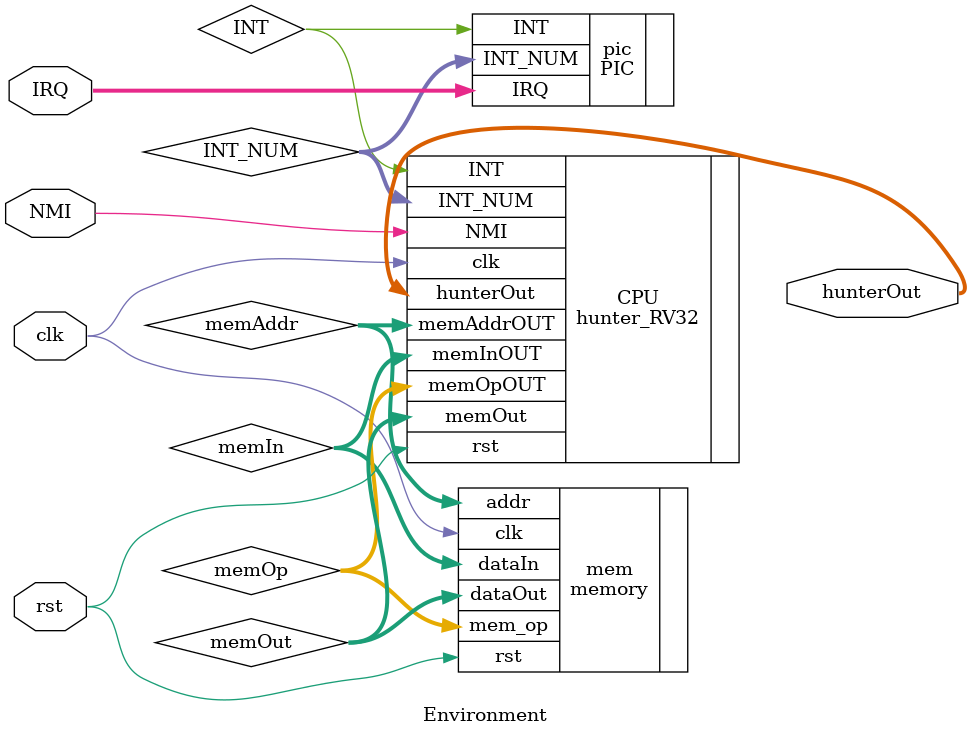
<source format=v>
/*********************************************************
 *
 *  Module: Environment.v
 *  Project: Hunter_RV32
 *  Author: Ali El-Said (ali.elsaid@aucegypt.edu), Ahmed Wael (awael@aucegypt.edu), Habiba Bassem (habibabassem@aucegypt.edu)
 *  Description: Environment including CPU and PIC
 *
 *********************************************************/
`timescale 1ns / 1ns

module Environment(clk, rst, NMI, IRQ, hunterOut);
    
    input clk;
    input rst;
    input NMI;
    input [7:0] IRQ;
    output [31:0] hunterOut;
    
    wire INT;
    wire [2:0] INT_NUM;
    wire [1:0] memOp;
    wire [31:0] memOut, memIn;
    wire [9:0] memAddr;
    
    hunter_RV32 CPU (.clk(clk), .rst(rst), .NMI(NMI), .INT(INT), .INT_NUM(INT_NUM),
                     .memOut(memOut), .memInOUT(memIn), .memOpOUT(memOp), .memAddrOUT(memAddr), .hunterOut(hunterOut));
    
    memory mem (.clk(clk), .rst(rst), .mem_op(memOp), .dataIn(memIn), .addr(memAddr), .dataOut(memOut));
    
    PIC pic (.IRQ(IRQ), .INT(INT), .INT_NUM(INT_NUM));
    
endmodule 

 


</source>
